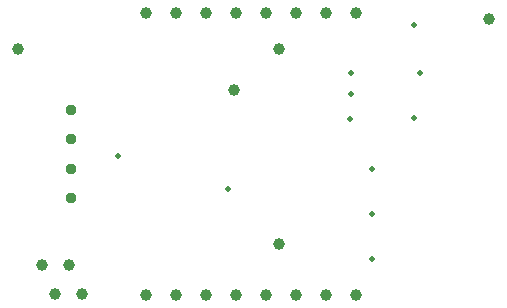
<source format=gbr>
%TF.GenerationSoftware,KiCad,Pcbnew,8.0.5*%
%TF.CreationDate,2025-02-04T09:16:07+02:00*%
%TF.ProjectId,IOExpander_PCF8574,494f4578-7061-46e6-9465-725f50434638,rev?*%
%TF.SameCoordinates,Original*%
%TF.FileFunction,Plated,1,2,PTH,Drill*%
%TF.FilePolarity,Positive*%
%FSLAX46Y46*%
G04 Gerber Fmt 4.6, Leading zero omitted, Abs format (unit mm)*
G04 Created by KiCad (PCBNEW 8.0.5) date 2025-02-04 09:16:07*
%MOMM*%
%LPD*%
G01*
G04 APERTURE LIST*
%TA.AperFunction,ViaDrill*%
%ADD10C,0.500000*%
%TD*%
%TA.AperFunction,ComponentDrill*%
%ADD11C,0.950000*%
%TD*%
%TA.AperFunction,ViaDrill*%
%ADD12C,1.000000*%
%TD*%
%TA.AperFunction,ComponentDrill*%
%ADD13C,1.000000*%
%TD*%
G04 APERTURE END LIST*
D10*
X88773000Y-53467000D03*
X98044000Y-56261000D03*
X108390684Y-50354228D03*
X108458000Y-46482000D03*
X108458000Y-48260000D03*
X110236000Y-54610000D03*
X110236000Y-58420000D03*
X110236000Y-62230000D03*
X113792000Y-42418000D03*
X113792000Y-50292000D03*
X114300000Y-46482000D03*
D11*
%TO.C,J1*%
X84774000Y-49561200D03*
X84774000Y-52061200D03*
X84774000Y-54561200D03*
X84774000Y-57061200D03*
%TD*%
D12*
X80264000Y-44450000D03*
X82296000Y-62738000D03*
X83439000Y-65151000D03*
X84582000Y-62738000D03*
X85725000Y-65151000D03*
X98552000Y-47879000D03*
X102362000Y-44450000D03*
X102362000Y-60960000D03*
X120142000Y-41910000D03*
D13*
%TO.C,J3*%
X91124000Y-41364000D03*
%TO.C,J2*%
X91124000Y-65240000D03*
%TO.C,J3*%
X93664000Y-41364000D03*
%TO.C,J2*%
X93664000Y-65240000D03*
%TO.C,J3*%
X96204000Y-41364000D03*
%TO.C,J2*%
X96204000Y-65240000D03*
%TO.C,J3*%
X98744000Y-41364000D03*
%TO.C,J2*%
X98744000Y-65240000D03*
%TO.C,J3*%
X101284000Y-41364000D03*
%TO.C,J2*%
X101284000Y-65240000D03*
%TO.C,J3*%
X103824000Y-41364000D03*
%TO.C,J2*%
X103824000Y-65240000D03*
%TO.C,J3*%
X106364000Y-41364000D03*
%TO.C,J2*%
X106364000Y-65240000D03*
%TO.C,J3*%
X108904000Y-41364000D03*
%TO.C,J2*%
X108904000Y-65240000D03*
M02*

</source>
